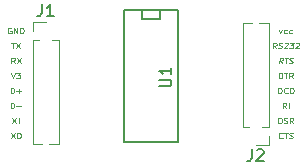
<source format=gbr>
G04 #@! TF.FileFunction,Legend,Top*
%FSLAX46Y46*%
G04 Gerber Fmt 4.6, Leading zero omitted, Abs format (unit mm)*
G04 Created by KiCad (PCBNEW 4.0.7) date 11/05/20 13:11:54*
%MOMM*%
%LPD*%
G01*
G04 APERTURE LIST*
%ADD10C,0.100000*%
%ADD11C,0.120000*%
%ADD12C,0.150000*%
G04 APERTURE END LIST*
D10*
X145621429Y-111486190D02*
X145954762Y-111986190D01*
X145954762Y-111486190D02*
X145621429Y-111986190D01*
X146240476Y-111486190D02*
X146335714Y-111486190D01*
X146383333Y-111510000D01*
X146430952Y-111557619D01*
X146454761Y-111652857D01*
X146454761Y-111819524D01*
X146430952Y-111914762D01*
X146383333Y-111962381D01*
X146335714Y-111986190D01*
X146240476Y-111986190D01*
X146192857Y-111962381D01*
X146145238Y-111914762D01*
X146121428Y-111819524D01*
X146121428Y-111652857D01*
X146145238Y-111557619D01*
X146192857Y-111510000D01*
X146240476Y-111486190D01*
X145764287Y-110216190D02*
X146097620Y-110716190D01*
X146097620Y-110216190D02*
X145764287Y-110716190D01*
X146288096Y-110716190D02*
X146288096Y-110216190D01*
X145609524Y-109446190D02*
X145609524Y-108946190D01*
X145728571Y-108946190D01*
X145800000Y-108970000D01*
X145847619Y-109017619D01*
X145871428Y-109065238D01*
X145895238Y-109160476D01*
X145895238Y-109231905D01*
X145871428Y-109327143D01*
X145847619Y-109374762D01*
X145800000Y-109422381D01*
X145728571Y-109446190D01*
X145609524Y-109446190D01*
X146109524Y-109255714D02*
X146490476Y-109255714D01*
X145609524Y-108176190D02*
X145609524Y-107676190D01*
X145728571Y-107676190D01*
X145800000Y-107700000D01*
X145847619Y-107747619D01*
X145871428Y-107795238D01*
X145895238Y-107890476D01*
X145895238Y-107961905D01*
X145871428Y-108057143D01*
X145847619Y-108104762D01*
X145800000Y-108152381D01*
X145728571Y-108176190D01*
X145609524Y-108176190D01*
X146109524Y-107985714D02*
X146490476Y-107985714D01*
X146300000Y-108176190D02*
X146300000Y-107795238D01*
X145645239Y-106406190D02*
X145811906Y-106906190D01*
X145978572Y-106406190D01*
X146097620Y-106406190D02*
X146407143Y-106406190D01*
X146240477Y-106596667D01*
X146311905Y-106596667D01*
X146359524Y-106620476D01*
X146383334Y-106644286D01*
X146407143Y-106691905D01*
X146407143Y-106810952D01*
X146383334Y-106858571D01*
X146359524Y-106882381D01*
X146311905Y-106906190D01*
X146169048Y-106906190D01*
X146121429Y-106882381D01*
X146097620Y-106858571D01*
X145966667Y-105636190D02*
X145800000Y-105398095D01*
X145680953Y-105636190D02*
X145680953Y-105136190D01*
X145871429Y-105136190D01*
X145919048Y-105160000D01*
X145942857Y-105183810D01*
X145966667Y-105231429D01*
X145966667Y-105302857D01*
X145942857Y-105350476D01*
X145919048Y-105374286D01*
X145871429Y-105398095D01*
X145680953Y-105398095D01*
X146133334Y-105136190D02*
X146466667Y-105636190D01*
X146466667Y-105136190D02*
X146133334Y-105636190D01*
X145669048Y-103866190D02*
X145954762Y-103866190D01*
X145811905Y-104366190D02*
X145811905Y-103866190D01*
X146073810Y-103866190D02*
X146407143Y-104366190D01*
X146407143Y-103866190D02*
X146073810Y-104366190D01*
X145669047Y-102620000D02*
X145621428Y-102596190D01*
X145550000Y-102596190D01*
X145478571Y-102620000D01*
X145430952Y-102667619D01*
X145407143Y-102715238D01*
X145383333Y-102810476D01*
X145383333Y-102881905D01*
X145407143Y-102977143D01*
X145430952Y-103024762D01*
X145478571Y-103072381D01*
X145550000Y-103096190D01*
X145597619Y-103096190D01*
X145669047Y-103072381D01*
X145692857Y-103048571D01*
X145692857Y-102881905D01*
X145597619Y-102881905D01*
X145907143Y-103096190D02*
X145907143Y-102596190D01*
X146192857Y-103096190D01*
X146192857Y-102596190D01*
X146430953Y-103096190D02*
X146430953Y-102596190D01*
X146550000Y-102596190D01*
X146621429Y-102620000D01*
X146669048Y-102667619D01*
X146692857Y-102715238D01*
X146716667Y-102810476D01*
X146716667Y-102881905D01*
X146692857Y-102977143D01*
X146669048Y-103024762D01*
X146621429Y-103072381D01*
X146550000Y-103096190D01*
X146430953Y-103096190D01*
X168636191Y-111938571D02*
X168612381Y-111962381D01*
X168540953Y-111986190D01*
X168493334Y-111986190D01*
X168421905Y-111962381D01*
X168374286Y-111914762D01*
X168350477Y-111867143D01*
X168326667Y-111771905D01*
X168326667Y-111700476D01*
X168350477Y-111605238D01*
X168374286Y-111557619D01*
X168421905Y-111510000D01*
X168493334Y-111486190D01*
X168540953Y-111486190D01*
X168612381Y-111510000D01*
X168636191Y-111533810D01*
X168779048Y-111486190D02*
X169064762Y-111486190D01*
X168921905Y-111986190D02*
X168921905Y-111486190D01*
X169207619Y-111962381D02*
X169279048Y-111986190D01*
X169398095Y-111986190D01*
X169445714Y-111962381D01*
X169469524Y-111938571D01*
X169493333Y-111890952D01*
X169493333Y-111843333D01*
X169469524Y-111795714D01*
X169445714Y-111771905D01*
X169398095Y-111748095D01*
X169302857Y-111724286D01*
X169255238Y-111700476D01*
X169231429Y-111676667D01*
X169207619Y-111629048D01*
X169207619Y-111581429D01*
X169231429Y-111533810D01*
X169255238Y-111510000D01*
X169302857Y-111486190D01*
X169421905Y-111486190D01*
X169493333Y-111510000D01*
X168290953Y-110716190D02*
X168290953Y-110216190D01*
X168410000Y-110216190D01*
X168481429Y-110240000D01*
X168529048Y-110287619D01*
X168552857Y-110335238D01*
X168576667Y-110430476D01*
X168576667Y-110501905D01*
X168552857Y-110597143D01*
X168529048Y-110644762D01*
X168481429Y-110692381D01*
X168410000Y-110716190D01*
X168290953Y-110716190D01*
X168767143Y-110692381D02*
X168838572Y-110716190D01*
X168957619Y-110716190D01*
X169005238Y-110692381D01*
X169029048Y-110668571D01*
X169052857Y-110620952D01*
X169052857Y-110573333D01*
X169029048Y-110525714D01*
X169005238Y-110501905D01*
X168957619Y-110478095D01*
X168862381Y-110454286D01*
X168814762Y-110430476D01*
X168790953Y-110406667D01*
X168767143Y-110359048D01*
X168767143Y-110311429D01*
X168790953Y-110263810D01*
X168814762Y-110240000D01*
X168862381Y-110216190D01*
X168981429Y-110216190D01*
X169052857Y-110240000D01*
X169552857Y-110716190D02*
X169386190Y-110478095D01*
X169267143Y-110716190D02*
X169267143Y-110216190D01*
X169457619Y-110216190D01*
X169505238Y-110240000D01*
X169529047Y-110263810D01*
X169552857Y-110311429D01*
X169552857Y-110382857D01*
X169529047Y-110430476D01*
X169505238Y-110454286D01*
X169457619Y-110478095D01*
X169267143Y-110478095D01*
X168945715Y-109446190D02*
X168779048Y-109208095D01*
X168660001Y-109446190D02*
X168660001Y-108946190D01*
X168850477Y-108946190D01*
X168898096Y-108970000D01*
X168921905Y-108993810D01*
X168945715Y-109041429D01*
X168945715Y-109112857D01*
X168921905Y-109160476D01*
X168898096Y-109184286D01*
X168850477Y-109208095D01*
X168660001Y-109208095D01*
X169160001Y-109446190D02*
X169160001Y-108946190D01*
X168279048Y-108176190D02*
X168279048Y-107676190D01*
X168398095Y-107676190D01*
X168469524Y-107700000D01*
X168517143Y-107747619D01*
X168540952Y-107795238D01*
X168564762Y-107890476D01*
X168564762Y-107961905D01*
X168540952Y-108057143D01*
X168517143Y-108104762D01*
X168469524Y-108152381D01*
X168398095Y-108176190D01*
X168279048Y-108176190D01*
X169064762Y-108128571D02*
X169040952Y-108152381D01*
X168969524Y-108176190D01*
X168921905Y-108176190D01*
X168850476Y-108152381D01*
X168802857Y-108104762D01*
X168779048Y-108057143D01*
X168755238Y-107961905D01*
X168755238Y-107890476D01*
X168779048Y-107795238D01*
X168802857Y-107747619D01*
X168850476Y-107700000D01*
X168921905Y-107676190D01*
X168969524Y-107676190D01*
X169040952Y-107700000D01*
X169064762Y-107723810D01*
X169279048Y-108176190D02*
X169279048Y-107676190D01*
X169398095Y-107676190D01*
X169469524Y-107700000D01*
X169517143Y-107747619D01*
X169540952Y-107795238D01*
X169564762Y-107890476D01*
X169564762Y-107961905D01*
X169540952Y-108057143D01*
X169517143Y-108104762D01*
X169469524Y-108152381D01*
X169398095Y-108176190D01*
X169279048Y-108176190D01*
X168338572Y-106906190D02*
X168338572Y-106406190D01*
X168457619Y-106406190D01*
X168529048Y-106430000D01*
X168576667Y-106477619D01*
X168600476Y-106525238D01*
X168624286Y-106620476D01*
X168624286Y-106691905D01*
X168600476Y-106787143D01*
X168576667Y-106834762D01*
X168529048Y-106882381D01*
X168457619Y-106906190D01*
X168338572Y-106906190D01*
X168767143Y-106406190D02*
X169052857Y-106406190D01*
X168910000Y-106906190D02*
X168910000Y-106406190D01*
X169505238Y-106906190D02*
X169338571Y-106668095D01*
X169219524Y-106906190D02*
X169219524Y-106406190D01*
X169410000Y-106406190D01*
X169457619Y-106430000D01*
X169481428Y-106453810D01*
X169505238Y-106501429D01*
X169505238Y-106572857D01*
X169481428Y-106620476D01*
X169457619Y-106644286D01*
X169410000Y-106668095D01*
X169219524Y-106668095D01*
X168607917Y-105636190D02*
X168471012Y-105398095D01*
X168322203Y-105636190D02*
X168384703Y-105136190D01*
X168575179Y-105136190D01*
X168619822Y-105160000D01*
X168640655Y-105183810D01*
X168658512Y-105231429D01*
X168649584Y-105302857D01*
X168619822Y-105350476D01*
X168593036Y-105374286D01*
X168542441Y-105398095D01*
X168351965Y-105398095D01*
X168813274Y-105136190D02*
X169098988Y-105136190D01*
X168893631Y-105636190D02*
X168956131Y-105136190D01*
X169182321Y-105612381D02*
X169250774Y-105636190D01*
X169369821Y-105636190D01*
X169420416Y-105612381D01*
X169447203Y-105588571D01*
X169476964Y-105540952D01*
X169482916Y-105493333D01*
X169465060Y-105445714D01*
X169444226Y-105421905D01*
X169399583Y-105398095D01*
X169307321Y-105374286D01*
X169262679Y-105350476D01*
X169241846Y-105326667D01*
X169223988Y-105279048D01*
X169229940Y-105231429D01*
X169259703Y-105183810D01*
X169286488Y-105160000D01*
X169337083Y-105136190D01*
X169456131Y-105136190D01*
X169524583Y-105160000D01*
X168084108Y-104366190D02*
X167947203Y-104128095D01*
X167798394Y-104366190D02*
X167860894Y-103866190D01*
X168051370Y-103866190D01*
X168096013Y-103890000D01*
X168116846Y-103913810D01*
X168134703Y-103961429D01*
X168125775Y-104032857D01*
X168096013Y-104080476D01*
X168069227Y-104104286D01*
X168018632Y-104128095D01*
X167828156Y-104128095D01*
X168277560Y-104342381D02*
X168346013Y-104366190D01*
X168465060Y-104366190D01*
X168515655Y-104342381D01*
X168542442Y-104318571D01*
X168572203Y-104270952D01*
X168578155Y-104223333D01*
X168560299Y-104175714D01*
X168539465Y-104151905D01*
X168494822Y-104128095D01*
X168402560Y-104104286D01*
X168357918Y-104080476D01*
X168337085Y-104056667D01*
X168319227Y-104009048D01*
X168325179Y-103961429D01*
X168354942Y-103913810D01*
X168381727Y-103890000D01*
X168432322Y-103866190D01*
X168551370Y-103866190D01*
X168619822Y-103890000D01*
X168807322Y-103913810D02*
X168834108Y-103890000D01*
X168884703Y-103866190D01*
X169003750Y-103866190D01*
X169048393Y-103890000D01*
X169069227Y-103913810D01*
X169087083Y-103961429D01*
X169081131Y-104009048D01*
X169048394Y-104080476D01*
X168726965Y-104366190D01*
X169036488Y-104366190D01*
X169265655Y-103866190D02*
X169575178Y-103866190D01*
X169384703Y-104056667D01*
X169456131Y-104056667D01*
X169500774Y-104080476D01*
X169521607Y-104104286D01*
X169539464Y-104151905D01*
X169524583Y-104270952D01*
X169494822Y-104318571D01*
X169468035Y-104342381D01*
X169417440Y-104366190D01*
X169274583Y-104366190D01*
X169229940Y-104342381D01*
X169209108Y-104318571D01*
X169759702Y-103913810D02*
X169786488Y-103890000D01*
X169837083Y-103866190D01*
X169956130Y-103866190D01*
X170000773Y-103890000D01*
X170021607Y-103913810D01*
X170039463Y-103961429D01*
X170033511Y-104009048D01*
X170000774Y-104080476D01*
X169679345Y-104366190D01*
X169988868Y-104366190D01*
X168375775Y-102762857D02*
X168453155Y-103096190D01*
X168613870Y-102762857D01*
X168979940Y-103072381D02*
X168929345Y-103096190D01*
X168834107Y-103096190D01*
X168789464Y-103072381D01*
X168768632Y-103048571D01*
X168750774Y-103000952D01*
X168768631Y-102858095D01*
X168798394Y-102810476D01*
X168825179Y-102786667D01*
X168875774Y-102762857D01*
X168971012Y-102762857D01*
X169015655Y-102786667D01*
X169408511Y-103072381D02*
X169357916Y-103096190D01*
X169262678Y-103096190D01*
X169218035Y-103072381D01*
X169197203Y-103048571D01*
X169179345Y-103000952D01*
X169197202Y-102858095D01*
X169226965Y-102810476D01*
X169253750Y-102786667D01*
X169304345Y-102762857D01*
X169399583Y-102762857D01*
X169444226Y-102786667D01*
D11*
X147480000Y-112455000D02*
X148282470Y-112455000D01*
X148897530Y-112455000D02*
X149700000Y-112455000D01*
X147480000Y-103630000D02*
X147480000Y-112455000D01*
X149700000Y-103630000D02*
X149700000Y-112455000D01*
X147480000Y-103630000D02*
X148026529Y-103630000D01*
X149153471Y-103630000D02*
X149700000Y-103630000D01*
X147480000Y-102870000D02*
X147480000Y-102110000D01*
X147480000Y-102110000D02*
X148590000Y-102110000D01*
X167480000Y-102175000D02*
X166677530Y-102175000D01*
X166062470Y-102175000D02*
X165260000Y-102175000D01*
X167480000Y-111000000D02*
X167480000Y-102175000D01*
X165260000Y-111000000D02*
X165260000Y-102175000D01*
X167480000Y-111000000D02*
X166933471Y-111000000D01*
X165806529Y-111000000D02*
X165260000Y-111000000D01*
X167480000Y-111760000D02*
X167480000Y-112520000D01*
X167480000Y-112520000D02*
X166370000Y-112520000D01*
D12*
X158242000Y-101092000D02*
X158242000Y-101854000D01*
X158242000Y-101854000D02*
X156718000Y-101854000D01*
X156718000Y-101854000D02*
X156718000Y-101092000D01*
X159766000Y-112268000D02*
X155194000Y-112268000D01*
X155194000Y-112268000D02*
X155194000Y-101092000D01*
X155194000Y-101092000D02*
X159766000Y-101092000D01*
X159766000Y-101092000D02*
X159766000Y-112268000D01*
X148256667Y-100627381D02*
X148256667Y-101341667D01*
X148209047Y-101484524D01*
X148113809Y-101579762D01*
X147970952Y-101627381D01*
X147875714Y-101627381D01*
X149256667Y-101627381D02*
X148685238Y-101627381D01*
X148970952Y-101627381D02*
X148970952Y-100627381D01*
X148875714Y-100770238D01*
X148780476Y-100865476D01*
X148685238Y-100913095D01*
X166036667Y-112907381D02*
X166036667Y-113621667D01*
X165989047Y-113764524D01*
X165893809Y-113859762D01*
X165750952Y-113907381D01*
X165655714Y-113907381D01*
X166465238Y-113002619D02*
X166512857Y-112955000D01*
X166608095Y-112907381D01*
X166846191Y-112907381D01*
X166941429Y-112955000D01*
X166989048Y-113002619D01*
X167036667Y-113097857D01*
X167036667Y-113193095D01*
X166989048Y-113335952D01*
X166417619Y-113907381D01*
X167036667Y-113907381D01*
X158202381Y-107568905D02*
X159011905Y-107568905D01*
X159107143Y-107521286D01*
X159154762Y-107473667D01*
X159202381Y-107378429D01*
X159202381Y-107187952D01*
X159154762Y-107092714D01*
X159107143Y-107045095D01*
X159011905Y-106997476D01*
X158202381Y-106997476D01*
X159202381Y-105997476D02*
X159202381Y-106568905D01*
X159202381Y-106283191D02*
X158202381Y-106283191D01*
X158345238Y-106378429D01*
X158440476Y-106473667D01*
X158488095Y-106568905D01*
M02*

</source>
